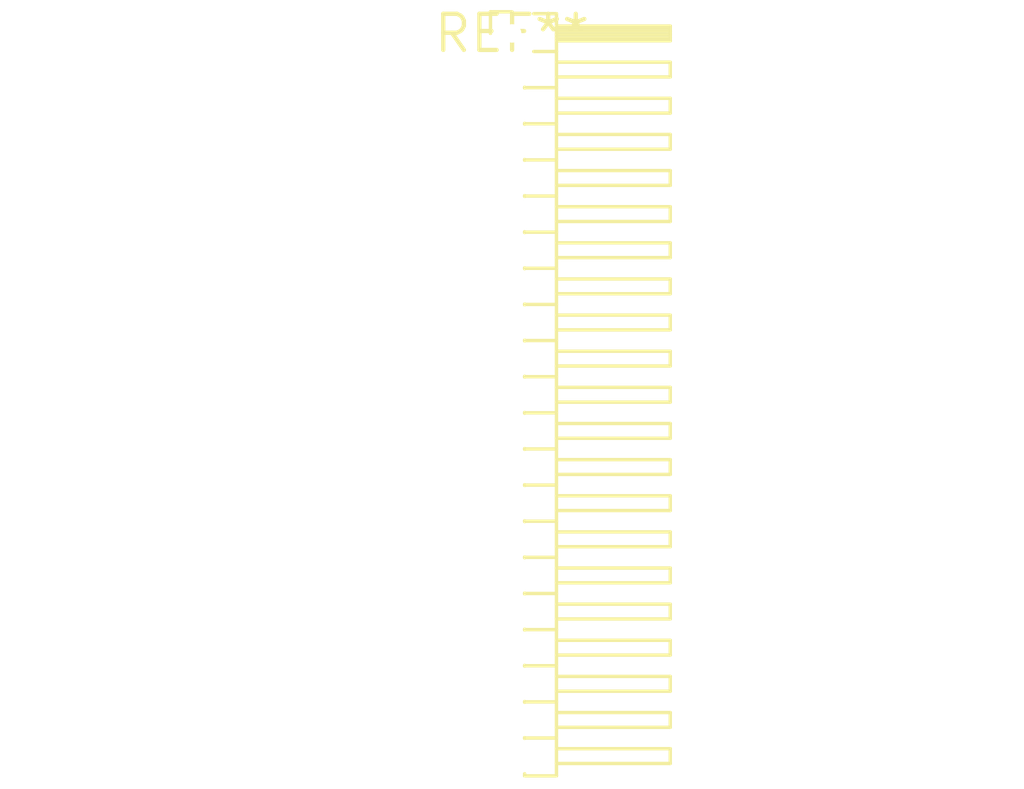
<source format=kicad_pcb>
(kicad_pcb (version 20240108) (generator pcbnew)
  (layers (0 "F.Cu" signal) (31 "B.Cu" signal) (34 "B.Paste" user) (35 "F.Paste" user) (36 "B.SilkS" user "B.Silkscreen") (37 "F.SilkS" user "F.Silkscreen") (38 "B.Mask" user) (39 "F.Mask" user) (44 "Edge.Cuts" user))
  (net 0 "")
  (footprint "PinHeader_1x21_P1.27mm_Horizontal" (layer "F.Cu") (at 0 0)
    (property "Reference" "REF**")
    (property "Value" "PinHeader_1x21_P1.27mm_Horizontal")
    (fp_line (start -0.76 -0.76) (end 0 -0.76) (layer "F.SilkS") (stroke (width 0.12)))
    (fp_line (start -0.76 0) (end -0.76 -0.76) (layer "F.SilkS") (stroke (width 0.12)))
    (fp_line (start 0.44 1.889677) (end 0.44 1.920323) (layer "F.SilkS") (stroke (width 0.12)))
    (fp_line (start 0.44 1.905) (end 1.56 1.905) (layer "F.SilkS") (stroke (width 0.12)))
    (fp_line (start 0.44 3.159677) (end 0.44 3.190323) (layer "F.SilkS") (stroke (width 0.12)))
    (fp_line (start 0.44 3.175) (end 1.56 3.175) (layer "F.SilkS") (stroke (width 0.12)))
    (fp_line (start 0.44 4.429677) (end 0.44 4.460323) (layer "F.SilkS") (stroke (width 0.12)))
    (fp_line (start 0.44 4.445) (end 1.56 4.445) (layer "F.SilkS") (stroke (width 0.12)))
    (fp_line (start 0.44 5.699677) (end 0.44 5.730323) (layer "F.SilkS") (stroke (width 0.12)))
    (fp_line (start 0.44 5.715) (end 1.56 5.715) (layer "F.SilkS") (stroke (width 0.12)))
    (fp_line (start 0.44 6.969677) (end 0.44 7.000323) (layer "F.SilkS") (stroke (width 0.12)))
    (fp_line (start 0.44 6.985) (end 1.56 6.985) (layer "F.SilkS") (stroke (width 0.12)))
    (fp_line (start 0.44 8.239677) (end 0.44 8.270323) (layer "F.SilkS") (stroke (width 0.12)))
    (fp_line (start 0.44 8.255) (end 1.56 8.255) (layer "F.SilkS") (stroke (width 0.12)))
    (fp_line (start 0.44 9.509677) (end 0.44 9.540323) (layer "F.SilkS") (stroke (width 0.12)))
    (fp_line (start 0.44 9.525) (end 1.56 9.525) (layer "F.SilkS") (stroke (width 0.12)))
    (fp_line (start 0.44 10.779677) (end 0.44 10.810323) (layer "F.SilkS") (stroke (width 0.12)))
    (fp_line (start 0.44 10.795) (end 1.56 10.795) (layer "F.SilkS") (stroke (width 0.12)))
    (fp_line (start 0.44 12.049677) (end 0.44 12.080323) (layer "F.SilkS") (stroke (width 0.12)))
    (fp_line (start 0.44 12.065) (end 1.56 12.065) (layer "F.SilkS") (stroke (width 0.12)))
    (fp_line (start 0.44 13.319677) (end 0.44 13.350323) (layer "F.SilkS") (stroke (width 0.12)))
    (fp_line (start 0.44 13.335) (end 1.56 13.335) (layer "F.SilkS") (stroke (width 0.12)))
    (fp_line (start 0.44 14.589677) (end 0.44 14.620323) (layer "F.SilkS") (stroke (width 0.12)))
    (fp_line (start 0.44 14.605) (end 1.56 14.605) (layer "F.SilkS") (stroke (width 0.12)))
    (fp_line (start 0.44 15.859677) (end 0.44 15.890323) (layer "F.SilkS") (stroke (width 0.12)))
    (fp_line (start 0.44 15.875) (end 1.56 15.875) (layer "F.SilkS") (stroke (width 0.12)))
    (fp_line (start 0.44 17.129677) (end 0.44 17.160323) (layer "F.SilkS") (stroke (width 0.12)))
    (fp_line (start 0.44 17.145) (end 1.56 17.145) (layer "F.SilkS") (stroke (width 0.12)))
    (fp_line (start 0.44 18.399677) (end 0.44 18.430323) (layer "F.SilkS") (stroke (width 0.12)))
    (fp_line (start 0.44 18.415) (end 1.56 18.415) (layer "F.SilkS") (stroke (width 0.12)))
    (fp_line (start 0.44 19.669677) (end 0.44 19.700323) (layer "F.SilkS") (stroke (width 0.12)))
    (fp_line (start 0.44 19.685) (end 1.56 19.685) (layer "F.SilkS") (stroke (width 0.12)))
    (fp_line (start 0.44 20.939677) (end 0.44 20.970323) (layer "F.SilkS") (stroke (width 0.12)))
    (fp_line (start 0.44 20.955) (end 1.56 20.955) (layer "F.SilkS") (stroke (width 0.12)))
    (fp_line (start 0.44 22.209677) (end 0.44 22.240323) (layer "F.SilkS") (stroke (width 0.12)))
    (fp_line (start 0.44 22.225) (end 1.56 22.225) (layer "F.SilkS") (stroke (width 0.12)))
    (fp_line (start 0.44 23.479677) (end 0.44 23.510323) (layer "F.SilkS") (stroke (width 0.12)))
    (fp_line (start 0.44 23.495) (end 1.56 23.495) (layer "F.SilkS") (stroke (width 0.12)))
    (fp_line (start 0.44 24.749677) (end 0.44 24.780323) (layer "F.SilkS") (stroke (width 0.12)))
    (fp_line (start 0.44 24.765) (end 1.56 24.765) (layer "F.SilkS") (stroke (width 0.12)))
    (fp_line (start 0.44 26.095) (end 0.44 26.019677) (layer "F.SilkS") (stroke (width 0.12)))
    (fp_line (start 0.76 -0.695) (end 1.56 -0.695) (layer "F.SilkS") (stroke (width 0.12)))
    (fp_line (start 0.76 0.635) (end 1.56 0.635) (layer "F.SilkS") (stroke (width 0.12)))
    (fp_line (start 1.56 -0.695) (end 1.56 26.095) (layer "F.SilkS") (stroke (width 0.12)))
    (fp_line (start 1.56 -0.26) (end 5.56 -0.26) (layer "F.SilkS") (stroke (width 0.12)))
    (fp_line (start 1.56 -0.2) (end 5.56 -0.2) (layer "F.SilkS") (stroke (width 0.12)))
    (fp_line (start 1.56 -0.08) (end 5.56 -0.08) (layer "F.SilkS") (stroke (width 0.12)))
    (fp_line (start 1.56 0.04) (end 5.56 0.04) (layer "F.SilkS") (stroke (width 0.12)))
    (fp_line (start 1.56 0.16) (end 5.56 0.16) (layer "F.SilkS") (stroke (width 0.12)))
    (fp_line (start 1.56 1.01) (end 5.56 1.01) (layer "F.SilkS") (stroke (width 0.12)))
    (fp_line (start 1.56 2.28) (end 5.56 2.28) (layer "F.SilkS") (stroke (width 0.12)))
    (fp_line (start 1.56 3.55) (end 5.56 3.55) (layer "F.SilkS") (stroke (width 0.12)))
    (fp_line (start 1.56 4.82) (end 5.56 4.82) (layer "F.SilkS") (stroke (width 0.12)))
    (fp_line (start 1.56 6.09) (end 5.56 6.09) (layer "F.SilkS") (stroke (width 0.12)))
    (fp_line (start 1.56 7.36) (end 5.56 7.36) (layer "F.SilkS") (stroke (width 0.12)))
    (fp_line (start 1.56 8.63) (end 5.56 8.63) (layer "F.SilkS") (stroke (width 0.12)))
    (fp_line (start 1.56 9.9) (end 5.56 9.9) (layer "F.SilkS") (stroke (width 0.12)))
    (fp_line (start 1.56 11.17) (end 5.56 11.17) (layer "F.SilkS") (stroke (width 0.12)))
    (fp_line (start 1.56 12.44) (end 5.56 12.44) (layer "F.SilkS") (stroke (width 0.12)))
    (fp_line (start 1.56 13.71) (end 5.56 13.71) (layer "F.SilkS") (stroke (width 0.12)))
    (fp_line (start 1.56 14.98) (end 5.56 14.98) (layer "F.SilkS") (stroke (width 0.12)))
    (fp_line (start 1.56 16.25) (end 5.56 16.25) (layer "F.SilkS") (stroke (width 0.12)))
    (fp_line (start 1.56 17.52) (end 5.56 17.52) (layer "F.SilkS") (stroke (width 0.12)))
    (fp_line (start 1.56 18.79) (end 5.56 18.79) (layer "F.SilkS") (stroke (width 0.12)))
    (fp_line (start 1.56 20.06) (end 5.56 20.06) (layer "F.SilkS") (stroke (width 0.12)))
    (fp_line (start 1.56 21.33) (end 5.56 21.33) (layer "F.SilkS") (stroke (width 0.12)))
    (fp_line (start 1.56 22.6) (end 5.56 22.6) (layer "F.SilkS") (stroke (width 0.12)))
    (fp_line (start 1.56 23.87) (end 5.56 23.87) (layer "F.SilkS") (stroke (width 0.12)))
    (fp_line (start 1.56 25.14) (end 5.56 25.14) (layer "F.SilkS") (stroke (width 0.12)))
    (fp_line (start 1.56 26.095) (end 0.44 26.095) (layer "F.SilkS") (stroke (width 0.12)))
    (fp_line (start 5.56 -0.26) (end 5.56 0.26) (layer "F.SilkS") (stroke (width 0.12)))
    (fp_line (start 5.56 0.26) (end 1.56 0.26) (layer "F.SilkS") (stroke (width 0.12)))
    (fp_line (start 5.56 1.01) (end 5.56 1.53) (layer "F.SilkS") (stroke (width 0.12)))
    (fp_line (start 5.56 1.53) (end 1.56 1.53) (layer "F.SilkS") (stroke (width 0.12)))
    (fp_line (start 5.56 2.28) (end 5.56 2.8) (layer "F.SilkS") (stroke (width 0.12)))
    (fp_line (start 5.56 2.8) (end 1.56 2.8) (layer "F.SilkS") (stroke (width 0.12)))
    (fp_line (start 5.56 3.55) (end 5.56 4.07) (layer "F.SilkS") (stroke (width 0.12)))
    (fp_line (start 5.56 4.07) (end 1.56 4.07) (layer "F.SilkS") (stroke (width 0.12)))
    (fp_line (start 5.56 4.82) (end 5.56 5.34) (layer "F.SilkS") (stroke (width 0.12)))
    (fp_line (start 5.56 5.34) (end 1.56 5.34) (layer "F.SilkS") (stroke (width 0.12)))
    (fp_line (start 5.56 6.09) (end 5.56 6.61) (layer "F.SilkS") (stroke (width 0.12)))
    (fp_line (start 5.56 6.61) (end 1.56 6.61) (layer "F.SilkS") (stroke (width 0.12)))
    (fp_line (start 5.56 7.36) (end 5.56 7.88) (layer "F.SilkS") (stroke (width 0.12)))
    (fp_line (start 5.56 7.88) (end 1.56 7.88) (layer "F.SilkS") (stroke (width 0.12)))
    (fp_line (start 5.56 8.63) (end 5.56 9.15) (layer "F.SilkS") (stroke (width 0.12)))
    (fp_line (start 5.56 9.15) (end 1.56 9.15) (layer "F.SilkS") (stroke (width 0.12)))
    (fp_line (start 5.56 9.9) (end 5.56 10.42) (layer "F.SilkS") (stroke (width 0.12)))
    (fp_line (start 5.56 10.42) (end 1.56 10.42) (layer "F.SilkS") (stroke (width 0.12)))
    (fp_line (start 5.56 11.17) (end 5.56 11.69) (layer "F.SilkS") (stroke (width 0.12)))
    (fp_line (start 5.56 11.69) (end 1.56 11.69) (layer "F.SilkS") (stroke (width 0.12)))
    (fp_line (start 5.56 12.44) (end 5.56 12.96) (layer "F.SilkS") (stroke (width 0.12)))
    (fp_line (start 5.56 12.96) (end 1.56 12.96) (layer "F.SilkS") (stroke (width 0.12)))
    (fp_line (start 5.56 13.71) (end 5.56 14.23) (layer "F.SilkS") (stroke (width 0.12)))
    (fp_line (start 5.56 14.23) (end 1.56 14.23) (layer "F.SilkS") (stroke (width 0.12)))
    (fp_line (start 5.56 14.98) (end 5.56 15.5) (layer "F.SilkS") (stroke (width 0.12)))
    (fp_line (start 5.56 15.5) (end 1.56 15.5) (layer "F.SilkS") (stroke (width 0.12)))
    (fp_line (start 5.56 16.25) (end 5.56 16.77) (layer "F.SilkS") (stroke (width 0.12)))
    (fp_line (start 5.56 16.77) (end 1.56 16.77) (layer "F.SilkS") (stroke (width 0.12)))
    (fp_line (start 5.56 17.52) (end 5.56 18.04) (layer "F.SilkS") (stroke (width 0.12)))
    (fp_line (start 5.56 18.04) (end 1.56 18.04) (layer "F.SilkS") (stroke (width 0.12)))
    (fp_line (start 5.56 18.79) (end 5.56 19.31) (layer "F.SilkS") (stroke (width 0.12)))
    (fp_line (start 5.56 19.31) (end 1.56 19.31) (layer "F.SilkS") (stroke (width 0.12)))
    (fp_line (start 5.56 20.06) (end 5.56 20.58) (layer "F.SilkS") (stroke (width 0.12)))
    (fp_line (start 5.56 20.58) (end 1.56 20.58) (layer "F.SilkS") (stroke (width 0.12)))
    (fp_line (start 5.56 21.33) (end 5.56 21.85) (layer "F.SilkS") (stroke (width 0.12)))
    (fp_line (start 5.56 21.85) (end 1.56 21.85) (layer "F.SilkS") (stroke (width 0.12)))
    (fp_line (start 5.56 22.6) (end 5.56 23.12) (layer "F.SilkS") (stroke (width 0.12)))
    (fp_line (start 5.56 23.12) (end 1.56 23.12) (layer "F.SilkS") (stroke (width 0.12)))
    (fp_line (start 5.56 23.87) (end 5.56 24.39) (layer "F.SilkS") (stroke (width 0.12)))
    (fp_line (start 5.56 24.39) (end 1.56 24.39) (layer "F.SilkS") (stroke (width 0.12)))
    (fp_line (start 5.56 25.14) (end 5.56 25.66) (layer "F.SilkS") (stroke (width 0.12)))
    (fp_line (start 5.56 25.66) (end 1.56 25.66) (layer "F.SilkS") (stroke (width 0.12)))
    (pad "1" thru_hole rect (at 0 0) (size 1 1) (drill 0.65) (layers *.Cu *.Mask) (remove_unused_layers))
    (pad "2" thru_hole oval (at 0 1.27) (size 1 1) (drill 0.65) (layers *.Cu *.Mask) (remove_unused_layers))
    (pad "3" thru_hole oval (at 0 2.54) (size 1 1) (drill 0.65) (layers *.Cu *.Mask) (remove_unused_layers))
    (pad "4" thru_hole oval (at 0 3.81) (size 1 1) (drill 0.65) (layers *.Cu *.Mask) (remove_unused_layers))
    (pad "5" thru_hole oval (at 0 5.08) (size 1 1) (drill 0.65) (layers *.Cu *.Mask) (remove_unused_layers))
    (pad "6" thru_hole oval (at 0 6.35) (size 1 1) (drill 0.65) (layers *.Cu *.Mask) (remove_unused_layers))
    (pad "7" thru_hole oval (at 0 7.62) (size 1 1) (drill 0.65) (layers *.Cu *.Mask) (remove_unused_layers))
    (pad "8" thru_hole oval (at 0 8.89) (size 1 1) (drill 0.65) (layers *.Cu *.Mask) (remove_unused_layers))
    (pad "9" thru_hole oval (at 0 10.16) (size 1 1) (drill 0.65) (layers *.Cu *.Mask) (remove_unused_layers))
    (pad "10" thru_hole oval (at 0 11.43) (size 1 1) (drill 0.65) (layers *.Cu *.Mask) (remove_unused_layers))
    (pad "11" thru_hole oval (at 0 12.7) (size 1 1) (drill 0.65) (layers *.Cu *.Mask) (remove_unused_layers))
    (pad "12" thru_hole oval (at 0 13.97) (size 1 1) (drill 0.65) (layers *.Cu *.Mask) (remove_unused_layers))
    (pad "13" thru_hole oval (at 0 15.24) (size 1 1) (drill 0.65) (layers *.Cu *.Mask) (remove_unused_layers))
    (pad "14" thru_hole oval (at 0 16.51) (size 1 1) (drill 0.65) (layers *.Cu *.Mask) (remove_unused_layers))
    (pad "15" thru_hole oval (at 0 17.78) (size 1 1) (drill 0.65) (layers *.Cu *.Mask) (remove_unused_layers))
    (pad "16" thru_hole oval (at 0 19.05) (size 1 1) (drill 0.65) (layers *.Cu *.Mask) (remove_unused_layers))
    (pad "17" thru_hole oval (at 0 20.32) (size 1 1) (drill 0.65) (layers *.Cu *.Mask) (remove_unused_layers))
    (pad "18" thru_hole oval (at 0 21.59) (size 1 1) (drill 0.65) (layers *.Cu *.Mask) (remove_unused_layers))
    (pad "19" thru_hole oval (at 0 22.86) (size 1 1) (drill 0.65) (layers *.Cu *.Mask) (remove_unused_layers))
    (pad "20" thru_hole oval (at 0 24.13) (size 1 1) (drill 0.65) (layers *.Cu *.Mask) (remove_unused_layers))
    (pad "21" thru_hole oval (at 0 25.4) (size 1 1) (drill 0.65) (layers *.Cu *.Mask) (remove_unused_layers))
  )
)
</source>
